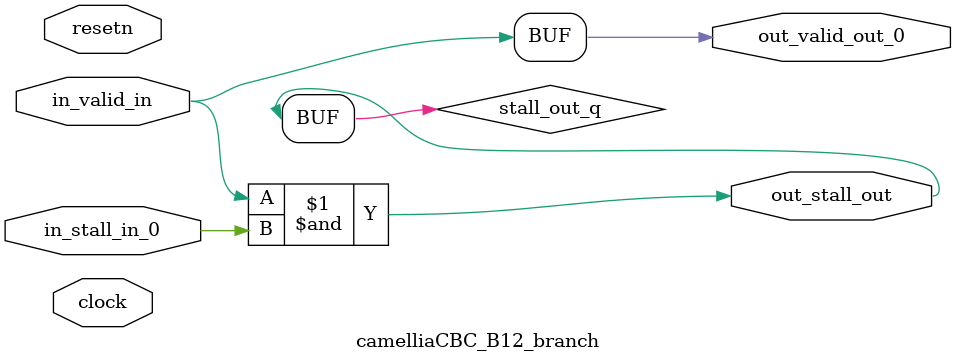
<source format=sv>



(* altera_attribute = "-name AUTO_SHIFT_REGISTER_RECOGNITION OFF; -name MESSAGE_DISABLE 10036; -name MESSAGE_DISABLE 10037; -name MESSAGE_DISABLE 14130; -name MESSAGE_DISABLE 14320; -name MESSAGE_DISABLE 15400; -name MESSAGE_DISABLE 14130; -name MESSAGE_DISABLE 10036; -name MESSAGE_DISABLE 12020; -name MESSAGE_DISABLE 12030; -name MESSAGE_DISABLE 12010; -name MESSAGE_DISABLE 12110; -name MESSAGE_DISABLE 14320; -name MESSAGE_DISABLE 13410; -name MESSAGE_DISABLE 113007; -name MESSAGE_DISABLE 10958" *)
module camelliaCBC_B12_branch (
    input wire [0:0] in_stall_in_0,
    input wire [0:0] in_valid_in,
    output wire [0:0] out_stall_out,
    output wire [0:0] out_valid_out_0,
    input wire clock,
    input wire resetn
    );

    wire [0:0] stall_out_q;


    // stall_out(LOGICAL,6)
    assign stall_out_q = in_valid_in & in_stall_in_0;

    // out_stall_out(GPOUT,4)
    assign out_stall_out = stall_out_q;

    // out_valid_out_0(GPOUT,5)
    assign out_valid_out_0 = in_valid_in;

endmodule

</source>
